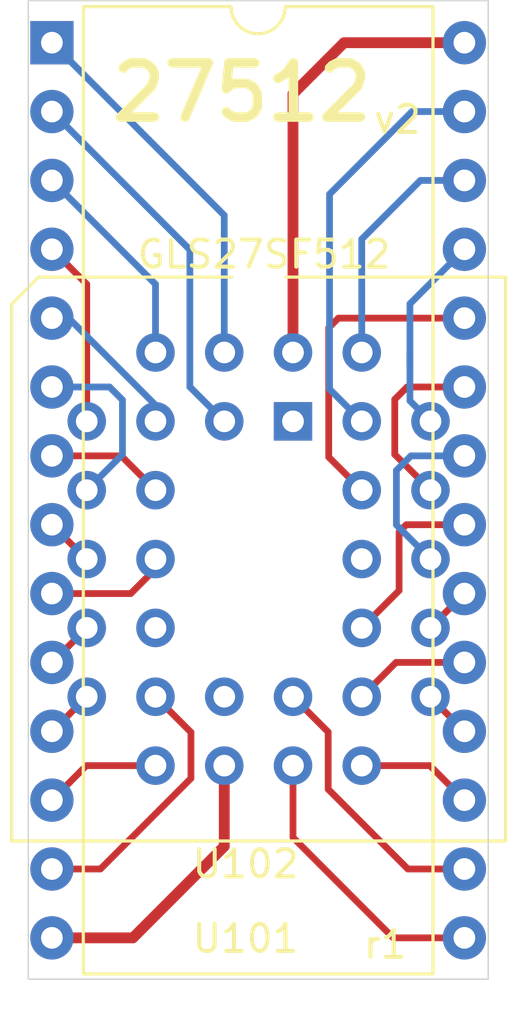
<source format=kicad_pcb>
(kicad_pcb (version 20171130) (host pcbnew 5.1.12-84ad8e8a86~92~ubuntu18.04.1)

  (general
    (thickness 1.6)
    (drawings 10)
    (tracks 83)
    (zones 0)
    (modules 2)
    (nets 33)
  )

  (page A4)
  (title_block
    (date 2023-06-24)
    (rev r1)
  )

  (layers
    (0 F.Cu signal)
    (31 B.Cu signal)
    (32 B.Adhes user)
    (33 F.Adhes user)
    (34 B.Paste user)
    (35 F.Paste user)
    (36 B.SilkS user)
    (37 F.SilkS user)
    (38 B.Mask user)
    (39 F.Mask user)
    (40 Dwgs.User user)
    (41 Cmts.User user)
    (42 Eco1.User user)
    (43 Eco2.User user)
    (44 Edge.Cuts user)
    (45 Margin user)
    (46 B.CrtYd user)
    (47 F.CrtYd user)
    (48 B.Fab user)
    (49 F.Fab user)
  )

  (setup
    (last_trace_width 0.25)
    (trace_clearance 0.2)
    (zone_clearance 0.508)
    (zone_45_only no)
    (trace_min 0.2)
    (via_size 0.8)
    (via_drill 0.4)
    (via_min_size 0.4)
    (via_min_drill 0.3)
    (uvia_size 0.3)
    (uvia_drill 0.1)
    (uvias_allowed no)
    (uvia_min_size 0.2)
    (uvia_min_drill 0.1)
    (edge_width 0.05)
    (segment_width 0.2)
    (pcb_text_width 0.3)
    (pcb_text_size 1.5 1.5)
    (mod_edge_width 0.12)
    (mod_text_size 1 1)
    (mod_text_width 0.15)
    (pad_size 1.524 1.524)
    (pad_drill 0.762)
    (pad_to_mask_clearance 0)
    (aux_axis_origin 0 0)
    (visible_elements FFFFFF7F)
    (pcbplotparams
      (layerselection 0x010fc_ffffffff)
      (usegerberextensions false)
      (usegerberattributes true)
      (usegerberadvancedattributes true)
      (creategerberjobfile true)
      (excludeedgelayer true)
      (linewidth 0.100000)
      (plotframeref false)
      (viasonmask false)
      (mode 1)
      (useauxorigin false)
      (hpglpennumber 1)
      (hpglpenspeed 20)
      (hpglpendiameter 15.000000)
      (psnegative false)
      (psa4output false)
      (plotreference true)
      (plotvalue true)
      (plotinvisibletext false)
      (padsonsilk false)
      (subtractmaskfromsilk false)
      (outputformat 1)
      (mirror false)
      (drillshape 0)
      (scaleselection 1)
      (outputdirectory "EEPROM-27512-v2-001/"))
  )

  (net 0 "")
  (net 1 /a15)
  (net 2 /d3)
  (net 3 /a12)
  (net 4 /d4)
  (net 5 /a7)
  (net 6 /d5)
  (net 7 /a6)
  (net 8 /d6)
  (net 9 /a5)
  (net 10 /d7)
  (net 11 /a4)
  (net 12 /_ce)
  (net 13 /a3)
  (net 14 /a10)
  (net 15 /a2)
  (net 16 /_oe)
  (net 17 /a1)
  (net 18 /a11)
  (net 19 /a0)
  (net 20 /a9)
  (net 21 /d0)
  (net 22 /a8)
  (net 23 /d1)
  (net 24 /a13)
  (net 25 /d2)
  (net 26 /a14)
  (net 27 GND)
  (net 28 +5V)
  (net 29 "Net-(U102-Pad1)")
  (net 30 "Net-(U102-Pad12)")
  (net 31 "Net-(U102-Pad17)")
  (net 32 "Net-(U102-Pad26)")

  (net_class Default "This is the default net class."
    (clearance 0.2)
    (trace_width 0.25)
    (via_dia 0.8)
    (via_drill 0.4)
    (uvia_dia 0.3)
    (uvia_drill 0.1)
    (add_net +5V)
    (add_net /_ce)
    (add_net /_oe)
    (add_net /a0)
    (add_net /a1)
    (add_net /a10)
    (add_net /a11)
    (add_net /a12)
    (add_net /a13)
    (add_net /a14)
    (add_net /a15)
    (add_net /a2)
    (add_net /a3)
    (add_net /a4)
    (add_net /a5)
    (add_net /a6)
    (add_net /a7)
    (add_net /a8)
    (add_net /a9)
    (add_net /d0)
    (add_net /d1)
    (add_net /d2)
    (add_net /d3)
    (add_net /d4)
    (add_net /d5)
    (add_net /d6)
    (add_net /d7)
    (add_net GND)
    (add_net "Net-(U102-Pad1)")
    (add_net "Net-(U102-Pad12)")
    (add_net "Net-(U102-Pad17)")
    (add_net "Net-(U102-Pad26)")
  )

  (module Package_LCC:PLCC-32_THT-Socket (layer F.Cu) (tedit 5E74E4F1) (tstamp 64DDA2A6)
    (at 95.86 83.69)
    (descr "PLCC, 32 pins, through hole, http://www.assmann-wsw.com/fileadmin/datasheets/ASS_0981_CO.pdf")
    (tags "plcc leaded")
    (path /648DA97D)
    (fp_text reference U102 (at -1.75 16.33) (layer F.SilkS)
      (effects (font (size 1 1) (thickness 0.15)))
    )
    (fp_text value GLS27SF512 (at -1.27 16.38) (layer F.Fab)
      (effects (font (size 1 1) (thickness 0.15)))
    )
    (fp_text user %R (at -1.27 5.08) (layer F.Fab)
      (effects (font (size 1 1) (thickness 0.15)))
    )
    (fp_line (start -9.295 -5.22) (end -10.295 -4.22) (layer F.Fab) (width 0.1))
    (fp_line (start -10.295 -4.22) (end -10.295 15.38) (layer F.Fab) (width 0.1))
    (fp_line (start -10.295 15.38) (end 7.755 15.38) (layer F.Fab) (width 0.1))
    (fp_line (start 7.755 15.38) (end 7.755 -5.22) (layer F.Fab) (width 0.1))
    (fp_line (start 7.755 -5.22) (end -9.295 -5.22) (layer F.Fab) (width 0.1))
    (fp_line (start -10.8 -5.72) (end -10.8 15.88) (layer F.CrtYd) (width 0.05))
    (fp_line (start -10.8 15.88) (end 8.26 15.88) (layer F.CrtYd) (width 0.05))
    (fp_line (start 8.26 15.88) (end 8.26 -5.72) (layer F.CrtYd) (width 0.05))
    (fp_line (start 8.26 -5.72) (end -10.8 -5.72) (layer F.CrtYd) (width 0.05))
    (fp_line (start -7.755 -2.68) (end -7.755 12.84) (layer F.Fab) (width 0.1))
    (fp_line (start -7.755 12.84) (end 5.215 12.84) (layer F.Fab) (width 0.1))
    (fp_line (start 5.215 12.84) (end 5.215 -2.68) (layer F.Fab) (width 0.1))
    (fp_line (start 5.215 -2.68) (end -7.755 -2.68) (layer F.Fab) (width 0.1))
    (fp_line (start -1.77 -5.22) (end -1.27 -4.22) (layer F.Fab) (width 0.1))
    (fp_line (start -1.27 -4.22) (end -0.77 -5.22) (layer F.Fab) (width 0.1))
    (fp_line (start -2.27 -5.32) (end -9.395 -5.32) (layer F.SilkS) (width 0.12))
    (fp_line (start -9.395 -5.32) (end -10.395 -4.32) (layer F.SilkS) (width 0.12))
    (fp_line (start -10.395 -4.32) (end -10.395 15.48) (layer F.SilkS) (width 0.12))
    (fp_line (start -10.395 15.48) (end 7.855 15.48) (layer F.SilkS) (width 0.12))
    (fp_line (start 7.855 15.48) (end 7.855 -5.32) (layer F.SilkS) (width 0.12))
    (fp_line (start 7.855 -5.32) (end -0.27 -5.32) (layer F.SilkS) (width 0.12))
    (pad 29 thru_hole circle (at 5.08 0) (size 1.4224 1.4224) (drill 0.8) (layers *.Cu *.Mask)
      (net 22 /a8))
    (pad 27 thru_hole circle (at 5.08 2.54) (size 1.4224 1.4224) (drill 0.8) (layers *.Cu *.Mask)
      (net 18 /a11))
    (pad 25 thru_hole circle (at 5.08 5.08) (size 1.4224 1.4224) (drill 0.8) (layers *.Cu *.Mask)
      (net 16 /_oe))
    (pad 23 thru_hole circle (at 5.08 7.62) (size 1.4224 1.4224) (drill 0.8) (layers *.Cu *.Mask)
      (net 12 /_ce))
    (pad 28 thru_hole circle (at 2.54 2.54) (size 1.4224 1.4224) (drill 0.8) (layers *.Cu *.Mask)
      (net 20 /a9))
    (pad 26 thru_hole circle (at 2.54 5.08) (size 1.4224 1.4224) (drill 0.8) (layers *.Cu *.Mask)
      (net 32 "Net-(U102-Pad26)"))
    (pad 24 thru_hole circle (at 2.54 7.62) (size 1.4224 1.4224) (drill 0.8) (layers *.Cu *.Mask)
      (net 14 /a10))
    (pad 22 thru_hole circle (at 2.54 10.16) (size 1.4224 1.4224) (drill 0.8) (layers *.Cu *.Mask)
      (net 10 /d7))
    (pad 20 thru_hole circle (at 2.54 12.7) (size 1.4224 1.4224) (drill 0.8) (layers *.Cu *.Mask)
      (net 6 /d5))
    (pad 18 thru_hole circle (at 0 12.7) (size 1.4224 1.4224) (drill 0.8) (layers *.Cu *.Mask)
      (net 2 /d3))
    (pad 16 thru_hole circle (at -2.54 12.7) (size 1.4224 1.4224) (drill 0.8) (layers *.Cu *.Mask)
      (net 27 GND))
    (pad 14 thru_hole circle (at -5.08 12.7) (size 1.4224 1.4224) (drill 0.8) (layers *.Cu *.Mask)
      (net 23 /d1))
    (pad 21 thru_hole circle (at 5.08 10.16) (size 1.4224 1.4224) (drill 0.8) (layers *.Cu *.Mask)
      (net 8 /d6))
    (pad 19 thru_hole circle (at 0 10.16) (size 1.4224 1.4224) (drill 0.8) (layers *.Cu *.Mask)
      (net 4 /d4))
    (pad 17 thru_hole circle (at -2.54 10.16) (size 1.4224 1.4224) (drill 0.8) (layers *.Cu *.Mask)
      (net 31 "Net-(U102-Pad17)"))
    (pad 15 thru_hole circle (at -5.08 10.16) (size 1.4224 1.4224) (drill 0.8) (layers *.Cu *.Mask)
      (net 25 /d2))
    (pad 13 thru_hole circle (at -7.62 10.16) (size 1.4224 1.4224) (drill 0.8) (layers *.Cu *.Mask)
      (net 21 /d0))
    (pad 11 thru_hole circle (at -7.62 7.62) (size 1.4224 1.4224) (drill 0.8) (layers *.Cu *.Mask)
      (net 19 /a0))
    (pad 9 thru_hole circle (at -7.62 5.08) (size 1.4224 1.4224) (drill 0.8) (layers *.Cu *.Mask)
      (net 15 /a2))
    (pad 7 thru_hole circle (at -7.62 2.54) (size 1.4224 1.4224) (drill 0.8) (layers *.Cu *.Mask)
      (net 11 /a4))
    (pad 5 thru_hole circle (at -7.62 0) (size 1.4224 1.4224) (drill 0.8) (layers *.Cu *.Mask)
      (net 7 /a6))
    (pad 12 thru_hole circle (at -5.08 7.62) (size 1.4224 1.4224) (drill 0.8) (layers *.Cu *.Mask)
      (net 30 "Net-(U102-Pad12)"))
    (pad 10 thru_hole circle (at -5.08 5.08) (size 1.4224 1.4224) (drill 0.8) (layers *.Cu *.Mask)
      (net 17 /a1))
    (pad 8 thru_hole circle (at -5.08 2.54) (size 1.4224 1.4224) (drill 0.8) (layers *.Cu *.Mask)
      (net 13 /a3))
    (pad 6 thru_hole circle (at -5.08 0) (size 1.4224 1.4224) (drill 0.8) (layers *.Cu *.Mask)
      (net 9 /a5))
    (pad 30 thru_hole circle (at 2.54 -2.54) (size 1.4224 1.4224) (drill 0.8) (layers *.Cu *.Mask)
      (net 24 /a13))
    (pad 32 thru_hole circle (at 0 -2.54) (size 1.4224 1.4224) (drill 0.8) (layers *.Cu *.Mask)
      (net 28 +5V))
    (pad 4 thru_hole circle (at -5.08 -2.54) (size 1.4224 1.4224) (drill 0.8) (layers *.Cu *.Mask)
      (net 5 /a7))
    (pad 2 thru_hole circle (at -2.54 -2.54) (size 1.4224 1.4224) (drill 0.8) (layers *.Cu *.Mask)
      (net 1 /a15))
    (pad 31 thru_hole circle (at 2.54 0) (size 1.4224 1.4224) (drill 0.8) (layers *.Cu *.Mask)
      (net 26 /a14))
    (pad 3 thru_hole circle (at -2.54 0) (size 1.4224 1.4224) (drill 0.8) (layers *.Cu *.Mask)
      (net 3 /a12))
    (pad 1 thru_hole rect (at 0 0) (size 1.4224 1.4224) (drill 0.8) (layers *.Cu *.Mask)
      (net 29 "Net-(U102-Pad1)"))
    (model ${KISYS3DMOD}/Package_LCC.3dshapes/PLCC-32_THT-Socket.wrl
      (at (xyz 0 0 0))
      (scale (xyz 1 1 1))
      (rotate (xyz 0 0 0))
    )
  )

  (module Package_DIP:DIP-28_W15.24mm (layer F.Cu) (tedit 5A02E8C5) (tstamp 648C3DF2)
    (at 86.952401 69.723201)
    (descr "28-lead though-hole mounted DIP package, row spacing 15.24 mm (600 mils)")
    (tags "THT DIP DIL PDIP 2.54mm 15.24mm 600mil")
    (path /648DA13A)
    (fp_text reference U101 (at 7.154599 33.045199) (layer F.SilkS)
      (effects (font (size 1 1) (thickness 0.15)))
    )
    (fp_text value 27512 (at 7.62 35.35) (layer F.Fab)
      (effects (font (size 1 1) (thickness 0.15)))
    )
    (fp_line (start 16.3 -1.55) (end -1.05 -1.55) (layer F.CrtYd) (width 0.05))
    (fp_line (start 16.3 34.55) (end 16.3 -1.55) (layer F.CrtYd) (width 0.05))
    (fp_line (start -1.05 34.55) (end 16.3 34.55) (layer F.CrtYd) (width 0.05))
    (fp_line (start -1.05 -1.55) (end -1.05 34.55) (layer F.CrtYd) (width 0.05))
    (fp_line (start 14.08 -1.33) (end 8.62 -1.33) (layer F.SilkS) (width 0.12))
    (fp_line (start 14.08 34.35) (end 14.08 -1.33) (layer F.SilkS) (width 0.12))
    (fp_line (start 1.16 34.35) (end 14.08 34.35) (layer F.SilkS) (width 0.12))
    (fp_line (start 1.16 -1.33) (end 1.16 34.35) (layer F.SilkS) (width 0.12))
    (fp_line (start 6.62 -1.33) (end 1.16 -1.33) (layer F.SilkS) (width 0.12))
    (fp_line (start 0.255 -0.27) (end 1.255 -1.27) (layer F.Fab) (width 0.1))
    (fp_line (start 0.255 34.29) (end 0.255 -0.27) (layer F.Fab) (width 0.1))
    (fp_line (start 14.985 34.29) (end 0.255 34.29) (layer F.Fab) (width 0.1))
    (fp_line (start 14.985 -1.27) (end 14.985 34.29) (layer F.Fab) (width 0.1))
    (fp_line (start 1.255 -1.27) (end 14.985 -1.27) (layer F.Fab) (width 0.1))
    (fp_arc (start 7.62 -1.33) (end 6.62 -1.33) (angle -180) (layer F.SilkS) (width 0.12))
    (fp_text user %R (at 7.205399 33.070599) (layer F.Fab)
      (effects (font (size 1 1) (thickness 0.15)))
    )
    (pad 1 thru_hole rect (at 0 0) (size 1.6 1.6) (drill 0.8) (layers *.Cu *.Mask)
      (net 1 /a15))
    (pad 15 thru_hole oval (at 15.24 33.02) (size 1.6 1.6) (drill 0.8) (layers *.Cu *.Mask)
      (net 2 /d3))
    (pad 2 thru_hole oval (at 0 2.54) (size 1.6 1.6) (drill 0.8) (layers *.Cu *.Mask)
      (net 3 /a12))
    (pad 16 thru_hole oval (at 15.24 30.48) (size 1.6 1.6) (drill 0.8) (layers *.Cu *.Mask)
      (net 4 /d4))
    (pad 3 thru_hole oval (at 0 5.08) (size 1.6 1.6) (drill 0.8) (layers *.Cu *.Mask)
      (net 5 /a7))
    (pad 17 thru_hole oval (at 15.24 27.94) (size 1.6 1.6) (drill 0.8) (layers *.Cu *.Mask)
      (net 6 /d5))
    (pad 4 thru_hole oval (at 0 7.62) (size 1.6 1.6) (drill 0.8) (layers *.Cu *.Mask)
      (net 7 /a6))
    (pad 18 thru_hole oval (at 15.24 25.4) (size 1.6 1.6) (drill 0.8) (layers *.Cu *.Mask)
      (net 8 /d6))
    (pad 5 thru_hole oval (at 0 10.16) (size 1.6 1.6) (drill 0.8) (layers *.Cu *.Mask)
      (net 9 /a5))
    (pad 19 thru_hole oval (at 15.24 22.86) (size 1.6 1.6) (drill 0.8) (layers *.Cu *.Mask)
      (net 10 /d7))
    (pad 6 thru_hole oval (at 0 12.7) (size 1.6 1.6) (drill 0.8) (layers *.Cu *.Mask)
      (net 11 /a4))
    (pad 20 thru_hole oval (at 15.24 20.32) (size 1.6 1.6) (drill 0.8) (layers *.Cu *.Mask)
      (net 12 /_ce))
    (pad 7 thru_hole oval (at 0 15.24) (size 1.6 1.6) (drill 0.8) (layers *.Cu *.Mask)
      (net 13 /a3))
    (pad 21 thru_hole oval (at 15.24 17.78) (size 1.6 1.6) (drill 0.8) (layers *.Cu *.Mask)
      (net 14 /a10))
    (pad 8 thru_hole oval (at 0 17.78) (size 1.6 1.6) (drill 0.8) (layers *.Cu *.Mask)
      (net 15 /a2))
    (pad 22 thru_hole oval (at 15.24 15.24) (size 1.6 1.6) (drill 0.8) (layers *.Cu *.Mask)
      (net 16 /_oe))
    (pad 9 thru_hole oval (at 0 20.32) (size 1.6 1.6) (drill 0.8) (layers *.Cu *.Mask)
      (net 17 /a1))
    (pad 23 thru_hole oval (at 15.24 12.7) (size 1.6 1.6) (drill 0.8) (layers *.Cu *.Mask)
      (net 18 /a11))
    (pad 10 thru_hole oval (at 0 22.86) (size 1.6 1.6) (drill 0.8) (layers *.Cu *.Mask)
      (net 19 /a0))
    (pad 24 thru_hole oval (at 15.24 10.16) (size 1.6 1.6) (drill 0.8) (layers *.Cu *.Mask)
      (net 20 /a9))
    (pad 11 thru_hole oval (at 0 25.4) (size 1.6 1.6) (drill 0.8) (layers *.Cu *.Mask)
      (net 21 /d0))
    (pad 25 thru_hole oval (at 15.24 7.62) (size 1.6 1.6) (drill 0.8) (layers *.Cu *.Mask)
      (net 22 /a8))
    (pad 12 thru_hole oval (at 0 27.94) (size 1.6 1.6) (drill 0.8) (layers *.Cu *.Mask)
      (net 23 /d1))
    (pad 26 thru_hole oval (at 15.24 5.08) (size 1.6 1.6) (drill 0.8) (layers *.Cu *.Mask)
      (net 24 /a13))
    (pad 13 thru_hole oval (at 0 30.48) (size 1.6 1.6) (drill 0.8) (layers *.Cu *.Mask)
      (net 25 /d2))
    (pad 27 thru_hole oval (at 15.24 2.54) (size 1.6 1.6) (drill 0.8) (layers *.Cu *.Mask)
      (net 26 /a14))
    (pad 14 thru_hole oval (at 0 33.02) (size 1.6 1.6) (drill 0.8) (layers *.Cu *.Mask)
      (net 27 GND))
    (pad 28 thru_hole oval (at 15.24 0) (size 1.6 1.6) (drill 0.8) (layers *.Cu *.Mask)
      (net 28 +5V))
    (model ${KISYS3DMOD}/Package_DIP.3dshapes/DIP-28_W15.24mm.wrl
      (at (xyz 0 0 0))
      (scale (xyz 1 1 1))
      (rotate (xyz 0 0 0))
    )
  )

  (gr_text v2 (at 99.72 72.56) (layer F.SilkS) (tstamp 64DD9C59)
    (effects (font (size 1 1) (thickness 0.15)))
  )
  (gr_text r1 (at 99.27 102.99) (layer F.SilkS)
    (effects (font (size 1 1) (thickness 0.15)))
  )
  (gr_line (start 103.0732 68.1736) (end 86.0806 68.1736) (layer Edge.Cuts) (width 0.05) (tstamp 648C4C24))
  (gr_line (start 103.0732 68.3006) (end 103.0732 68.1736) (layer Edge.Cuts) (width 0.05))
  (gr_line (start 103.0732 104.267) (end 103.0732 68.3006) (layer Edge.Cuts) (width 0.05))
  (gr_line (start 103.0478 104.267) (end 103.0732 104.267) (layer Edge.Cuts) (width 0.05))
  (gr_line (start 86.0806 104.267) (end 103.0478 104.267) (layer Edge.Cuts) (width 0.05))
  (gr_line (start 86.0806 68.1736) (end 86.0806 104.267) (layer Edge.Cuts) (width 0.05))
  (gr_text GLS27SF512 (at 94.79 77.53) (layer F.SilkS)
    (effects (font (size 1 1) (thickness 0.15)))
  )
  (gr_text 27512 (at 93.97 71.56) (layer F.SilkS) (tstamp 64DD9C8D)
    (effects (font (size 2 2) (thickness 0.35)))
  )

  (segment (start 93.32 76.0908) (end 93.32 81.15) (width 0.25) (layer B.Cu) (net 1))
  (segment (start 86.952401 69.723201) (end 93.32 76.0908) (width 0.25) (layer B.Cu) (net 1))
  (segment (start 95.86 96.39) (end 95.86 99.04) (width 0.25) (layer F.Cu) (net 2))
  (segment (start 99.563201 102.743201) (end 102.192401 102.743201) (width 0.25) (layer F.Cu) (net 2))
  (segment (start 95.86 99.04) (end 99.563201 102.743201) (width 0.25) (layer F.Cu) (net 2))
  (segment (start 86.952401 72.263201) (end 92.05 77.3608) (width 0.25) (layer B.Cu) (net 3))
  (segment (start 92.05 82.42) (end 93.32 83.69) (width 0.25) (layer B.Cu) (net 3))
  (segment (start 92.05 77.3608) (end 92.05 82.42) (width 0.25) (layer B.Cu) (net 3))
  (segment (start 95.86 93.85) (end 97.16 95.15) (width 0.25) (layer F.Cu) (net 4))
  (segment (start 97.16 95.15) (end 97.16 97.26) (width 0.25) (layer F.Cu) (net 4))
  (segment (start 100.103201 100.203201) (end 102.192401 100.203201) (width 0.25) (layer F.Cu) (net 4))
  (segment (start 97.16 97.26) (end 100.103201 100.203201) (width 0.25) (layer F.Cu) (net 4))
  (segment (start 90.78 78.6308) (end 90.78 81.15) (width 0.25) (layer B.Cu) (net 5))
  (segment (start 86.952401 74.803201) (end 90.78 78.6308) (width 0.25) (layer B.Cu) (net 5))
  (segment (start 100.9192 96.39) (end 102.192401 97.663201) (width 0.25) (layer F.Cu) (net 6))
  (segment (start 98.4 96.39) (end 100.9192 96.39) (width 0.25) (layer F.Cu) (net 6))
  (segment (start 88.24 78.6308) (end 86.952401 77.343201) (width 0.25) (layer F.Cu) (net 7))
  (segment (start 88.24 83.69) (end 88.24 78.6308) (width 0.25) (layer F.Cu) (net 7))
  (segment (start 100.94 93.8708) (end 102.192401 95.123201) (width 0.25) (layer F.Cu) (net 8))
  (segment (start 100.94 93.85) (end 100.94 93.8708) (width 0.25) (layer F.Cu) (net 8))
  (segment (start 90.78 83.69) (end 90.78 83.09) (width 0.25) (layer B.Cu) (net 9))
  (segment (start 87.573201 79.883201) (end 86.952401 79.883201) (width 0.25) (layer B.Cu) (net 9))
  (segment (start 90.78 83.09) (end 87.573201 79.883201) (width 0.25) (layer B.Cu) (net 9))
  (segment (start 99.666799 92.583201) (end 98.4 93.85) (width 0.25) (layer F.Cu) (net 10))
  (segment (start 102.192401 92.583201) (end 99.666799 92.583201) (width 0.25) (layer F.Cu) (net 10))
  (segment (start 86.952401 82.423201) (end 89.083201 82.423201) (width 0.25) (layer B.Cu) (net 11))
  (segment (start 89.083201 82.423201) (end 89.56 82.9) (width 0.25) (layer B.Cu) (net 11))
  (segment (start 89.56 84.91) (end 88.24 86.23) (width 0.25) (layer B.Cu) (net 11))
  (segment (start 89.56 82.9) (end 89.56 84.91) (width 0.25) (layer B.Cu) (net 11))
  (segment (start 100.94 91.295602) (end 102.192401 90.043201) (width 0.25) (layer F.Cu) (net 12))
  (segment (start 100.94 91.31) (end 100.94 91.295602) (width 0.25) (layer F.Cu) (net 12))
  (segment (start 89.513201 84.963201) (end 90.78 86.23) (width 0.25) (layer F.Cu) (net 13))
  (segment (start 86.952401 84.963201) (end 89.513201 84.963201) (width 0.25) (layer F.Cu) (net 13))
  (segment (start 102.192401 87.503201) (end 100.046799 87.503201) (width 0.25) (layer F.Cu) (net 14))
  (segment (start 100.046799 87.503201) (end 99.78 87.77) (width 0.25) (layer F.Cu) (net 14))
  (segment (start 99.78 89.93) (end 98.4 91.31) (width 0.25) (layer F.Cu) (net 14))
  (segment (start 99.78 87.77) (end 99.78 89.93) (width 0.25) (layer F.Cu) (net 14))
  (segment (start 88.2192 88.77) (end 86.952401 87.503201) (width 0.25) (layer F.Cu) (net 15))
  (segment (start 88.24 88.77) (end 88.2192 88.77) (width 0.25) (layer F.Cu) (net 15))
  (segment (start 102.192401 84.963201) (end 100.216799 84.963201) (width 0.25) (layer B.Cu) (net 16))
  (segment (start 100.216799 84.963201) (end 99.68 85.5) (width 0.25) (layer B.Cu) (net 16))
  (segment (start 99.68 87.51) (end 100.94 88.77) (width 0.25) (layer B.Cu) (net 16))
  (segment (start 99.68 85.5) (end 99.68 87.51) (width 0.25) (layer B.Cu) (net 16))
  (segment (start 86.952401 90.043201) (end 89.866799 90.043201) (width 0.25) (layer F.Cu) (net 17))
  (segment (start 90.78 89.13) (end 90.78 88.77) (width 0.25) (layer F.Cu) (net 17))
  (segment (start 89.866799 90.043201) (end 90.78 89.13) (width 0.25) (layer F.Cu) (net 17))
  (segment (start 102.192401 82.423201) (end 100.076799 82.423201) (width 0.25) (layer F.Cu) (net 18))
  (segment (start 100.076799 82.423201) (end 99.62 82.88) (width 0.25) (layer F.Cu) (net 18))
  (segment (start 99.62 84.91) (end 100.94 86.23) (width 0.25) (layer F.Cu) (net 18))
  (segment (start 99.62 82.88) (end 99.62 84.91) (width 0.25) (layer F.Cu) (net 18))
  (segment (start 86.966799 92.583201) (end 88.24 91.31) (width 0.25) (layer F.Cu) (net 19))
  (segment (start 86.952401 92.583201) (end 86.966799 92.583201) (width 0.25) (layer F.Cu) (net 19))
  (segment (start 97.18 85.01) (end 98.4 86.23) (width 0.25) (layer F.Cu) (net 20))
  (segment (start 97.18 80.24) (end 97.18 85.01) (width 0.25) (layer F.Cu) (net 20))
  (segment (start 102.192401 79.883201) (end 97.536799 79.883201) (width 0.25) (layer F.Cu) (net 20))
  (segment (start 97.536799 79.883201) (end 97.18 80.24) (width 0.25) (layer F.Cu) (net 20))
  (segment (start 86.966799 95.123201) (end 88.24 93.85) (width 0.25) (layer F.Cu) (net 21))
  (segment (start 86.952401 95.123201) (end 86.966799 95.123201) (width 0.25) (layer F.Cu) (net 21))
  (segment (start 100.94 83.69) (end 100.18 82.93) (width 0.25) (layer B.Cu) (net 22))
  (segment (start 101.626799 77.343201) (end 102.192401 77.343201) (width 0.25) (layer F.Cu) (net 22))
  (segment (start 100.18 79.355602) (end 100.18 81.6) (width 0.25) (layer B.Cu) (net 22))
  (segment (start 102.192401 77.343201) (end 100.18 79.355602) (width 0.25) (layer B.Cu) (net 22))
  (segment (start 100.18 82.93) (end 100.18 81.6) (width 0.25) (layer B.Cu) (net 22))
  (segment (start 100.18 81.6) (end 100.18 81.14) (width 0.25) (layer B.Cu) (net 22))
  (segment (start 88.225602 96.39) (end 86.952401 97.663201) (width 0.25) (layer F.Cu) (net 23))
  (segment (start 90.78 96.39) (end 88.225602 96.39) (width 0.25) (layer F.Cu) (net 23))
  (segment (start 98.4 81.15) (end 98.4 76.97) (width 0.25) (layer B.Cu) (net 24))
  (segment (start 100.566799 74.803201) (end 102.192401 74.803201) (width 0.25) (layer B.Cu) (net 24))
  (segment (start 98.4 76.97) (end 100.566799 74.803201) (width 0.25) (layer B.Cu) (net 24))
  (segment (start 90.78 93.85) (end 92.09 95.16) (width 0.25) (layer F.Cu) (net 25))
  (segment (start 92.09 95.16) (end 92.09 96.86) (width 0.25) (layer F.Cu) (net 25))
  (segment (start 88.746799 100.203201) (end 86.952401 100.203201) (width 0.25) (layer F.Cu) (net 25))
  (segment (start 92.09 96.86) (end 88.746799 100.203201) (width 0.25) (layer F.Cu) (net 25))
  (segment (start 102.192401 72.263201) (end 100.256799 72.263201) (width 0.25) (layer B.Cu) (net 26))
  (segment (start 100.256799 72.263201) (end 97.21 75.31) (width 0.25) (layer B.Cu) (net 26))
  (segment (start 97.21 82.5) (end 98.4 83.69) (width 0.25) (layer B.Cu) (net 26))
  (segment (start 97.21 75.31) (end 97.21 82.5) (width 0.25) (layer B.Cu) (net 26))
  (segment (start 86.952401 102.743201) (end 89.946799 102.743201) (width 0.4) (layer F.Cu) (net 27))
  (segment (start 93.32 99.37) (end 93.32 96.39) (width 0.4) (layer F.Cu) (net 27))
  (segment (start 89.946799 102.743201) (end 93.32 99.37) (width 0.4) (layer F.Cu) (net 27))
  (segment (start 95.86 81.15) (end 95.86 71.61) (width 0.4) (layer F.Cu) (net 28))
  (segment (start 97.746799 69.723201) (end 102.192401 69.723201) (width 0.4) (layer F.Cu) (net 28))
  (segment (start 95.86 71.61) (end 97.746799 69.723201) (width 0.4) (layer F.Cu) (net 28))

)

</source>
